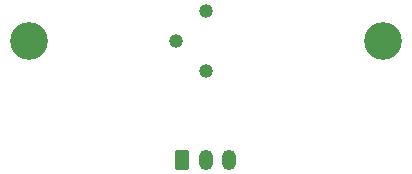
<source format=gbr>
%TF.GenerationSoftware,KiCad,Pcbnew,8.0.4*%
%TF.CreationDate,2024-08-31T15:59:03-07:00*%
%TF.ProjectId,aunisoma-pir,61756e69-736f-46d6-912d-7069722e6b69,rev?*%
%TF.SameCoordinates,Original*%
%TF.FileFunction,Soldermask,Bot*%
%TF.FilePolarity,Negative*%
%FSLAX46Y46*%
G04 Gerber Fmt 4.6, Leading zero omitted, Abs format (unit mm)*
G04 Created by KiCad (PCBNEW 8.0.4) date 2024-08-31 15:59:03*
%MOMM*%
%LPD*%
G01*
G04 APERTURE LIST*
G04 Aperture macros list*
%AMRoundRect*
0 Rectangle with rounded corners*
0 $1 Rounding radius*
0 $2 $3 $4 $5 $6 $7 $8 $9 X,Y pos of 4 corners*
0 Add a 4 corners polygon primitive as box body*
4,1,4,$2,$3,$4,$5,$6,$7,$8,$9,$2,$3,0*
0 Add four circle primitives for the rounded corners*
1,1,$1+$1,$2,$3*
1,1,$1+$1,$4,$5*
1,1,$1+$1,$6,$7*
1,1,$1+$1,$8,$9*
0 Add four rect primitives between the rounded corners*
20,1,$1+$1,$2,$3,$4,$5,0*
20,1,$1+$1,$4,$5,$6,$7,0*
20,1,$1+$1,$6,$7,$8,$9,0*
20,1,$1+$1,$8,$9,$2,$3,0*%
G04 Aperture macros list end*
%ADD10C,3.200000*%
%ADD11RoundRect,0.250000X-0.350000X-0.625000X0.350000X-0.625000X0.350000X0.625000X-0.350000X0.625000X0*%
%ADD12O,1.200000X1.750000*%
%ADD13C,1.192000*%
G04 APERTURE END LIST*
D10*
%TO.C,H1*%
X120000000Y-70000000D03*
%TD*%
%TO.C,H2*%
X90000000Y-70000000D03*
%TD*%
D11*
%TO.C,J1*%
X103000000Y-80000000D03*
D12*
X105000000Y-80000000D03*
X107000000Y-80000000D03*
%TD*%
D13*
%TO.C,U1*%
X105000000Y-72500000D03*
X102460000Y-69960000D03*
X105000000Y-67420000D03*
%TD*%
M02*

</source>
